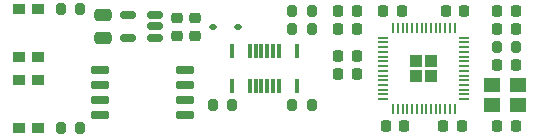
<source format=gbr>
%TF.GenerationSoftware,KiCad,Pcbnew,(7.0.0)*%
%TF.CreationDate,2023-05-29T13:22:43-05:00*%
%TF.ProjectId,rp2040-radar-presense-sensor,72703230-3430-42d7-9261-6461722d7072,rev?*%
%TF.SameCoordinates,Original*%
%TF.FileFunction,Paste,Top*%
%TF.FilePolarity,Positive*%
%FSLAX46Y46*%
G04 Gerber Fmt 4.6, Leading zero omitted, Abs format (unit mm)*
G04 Created by KiCad (PCBNEW (7.0.0)) date 2023-05-29 13:22:43*
%MOMM*%
%LPD*%
G01*
G04 APERTURE LIST*
G04 Aperture macros list*
%AMRoundRect*
0 Rectangle with rounded corners*
0 $1 Rounding radius*
0 $2 $3 $4 $5 $6 $7 $8 $9 X,Y pos of 4 corners*
0 Add a 4 corners polygon primitive as box body*
4,1,4,$2,$3,$4,$5,$6,$7,$8,$9,$2,$3,0*
0 Add four circle primitives for the rounded corners*
1,1,$1+$1,$2,$3*
1,1,$1+$1,$4,$5*
1,1,$1+$1,$6,$7*
1,1,$1+$1,$8,$9*
0 Add four rect primitives between the rounded corners*
20,1,$1+$1,$2,$3,$4,$5,0*
20,1,$1+$1,$4,$5,$6,$7,0*
20,1,$1+$1,$6,$7,$8,$9,0*
20,1,$1+$1,$8,$9,$2,$3,0*%
G04 Aperture macros list end*
%ADD10RoundRect,0.200000X0.200000X0.275000X-0.200000X0.275000X-0.200000X-0.275000X0.200000X-0.275000X0*%
%ADD11RoundRect,0.225000X-0.225000X-0.250000X0.225000X-0.250000X0.225000X0.250000X-0.225000X0.250000X0*%
%ADD12RoundRect,0.225000X0.225000X0.250000X-0.225000X0.250000X-0.225000X-0.250000X0.225000X-0.250000X0*%
%ADD13R,1.000000X0.900000*%
%ADD14RoundRect,0.200000X-0.200000X-0.275000X0.200000X-0.275000X0.200000X0.275000X-0.200000X0.275000X0*%
%ADD15RoundRect,0.150000X-0.650000X-0.150000X0.650000X-0.150000X0.650000X0.150000X-0.650000X0.150000X0*%
%ADD16RoundRect,0.225000X-0.250000X0.225000X-0.250000X-0.225000X0.250000X-0.225000X0.250000X0.225000X0*%
%ADD17RoundRect,0.112500X-0.187500X-0.112500X0.187500X-0.112500X0.187500X0.112500X-0.187500X0.112500X0*%
%ADD18RoundRect,0.225000X0.250000X-0.225000X0.250000X0.225000X-0.250000X0.225000X-0.250000X-0.225000X0*%
%ADD19RoundRect,0.250000X0.475000X-0.250000X0.475000X0.250000X-0.475000X0.250000X-0.475000X-0.250000X0*%
%ADD20R,1.400000X1.200000*%
%ADD21RoundRect,0.250000X0.292217X-0.292217X0.292217X0.292217X-0.292217X0.292217X-0.292217X-0.292217X0*%
%ADD22RoundRect,0.050000X0.050000X-0.387500X0.050000X0.387500X-0.050000X0.387500X-0.050000X-0.387500X0*%
%ADD23RoundRect,0.050000X0.387500X-0.050000X0.387500X0.050000X-0.387500X0.050000X-0.387500X-0.050000X0*%
%ADD24RoundRect,0.150000X0.512500X0.150000X-0.512500X0.150000X-0.512500X-0.150000X0.512500X-0.150000X0*%
%ADD25R,0.300000X1.150000*%
G04 APERTURE END LIST*
D10*
%TO.C,R2*%
X84425000Y-94945600D03*
X82775000Y-94945600D03*
%TD*%
D11*
%TO.C,C9*%
X119722600Y-96621600D03*
X121272600Y-96621600D03*
%TD*%
D12*
%TO.C,C6*%
X107806600Y-100431600D03*
X106256600Y-100431600D03*
%TD*%
%TO.C,C13*%
X111819800Y-104902000D03*
X110269800Y-104902000D03*
%TD*%
D13*
%TO.C,SW2*%
X79199999Y-99049999D03*
X79199999Y-94949999D03*
X80799999Y-99049999D03*
X80799999Y-94949999D03*
%TD*%
%TO.C,SW1*%
X79199999Y-105049999D03*
X79199999Y-100949999D03*
X80799999Y-105049999D03*
X80799999Y-100949999D03*
%TD*%
D11*
%TO.C,C15*%
X115146600Y-104902000D03*
X116696600Y-104902000D03*
%TD*%
D14*
%TO.C,R4*%
X102349800Y-95097600D03*
X103999800Y-95097600D03*
%TD*%
D10*
%TO.C,R1*%
X84425000Y-105054400D03*
X82775000Y-105054400D03*
%TD*%
D11*
%TO.C,C1*%
X119722600Y-104902000D03*
X121272600Y-104902000D03*
%TD*%
D10*
%TO.C,R6*%
X97294200Y-103073200D03*
X95644200Y-103073200D03*
%TD*%
D15*
%TO.C,U1*%
X86112800Y-100101400D03*
X86112800Y-101371400D03*
X86112800Y-102641400D03*
X86112800Y-103911400D03*
X93312800Y-103911400D03*
X93312800Y-102641400D03*
X93312800Y-101371400D03*
X93312800Y-100101400D03*
%TD*%
D10*
%TO.C,R7*%
X103999800Y-103073200D03*
X102349800Y-103073200D03*
%TD*%
D11*
%TO.C,C12*%
X110066600Y-95097600D03*
X111616600Y-95097600D03*
%TD*%
D14*
%TO.C,R3*%
X119672600Y-98145600D03*
X121322600Y-98145600D03*
%TD*%
%TO.C,R5*%
X102349800Y-96621600D03*
X103999800Y-96621600D03*
%TD*%
D16*
%TO.C,C4*%
X92557600Y-95694200D03*
X92557600Y-97244200D03*
%TD*%
D12*
%TO.C,C11*%
X107806600Y-98907600D03*
X106256600Y-98907600D03*
%TD*%
D17*
%TO.C,D1*%
X95622400Y-96469200D03*
X97722400Y-96469200D03*
%TD*%
D18*
%TO.C,C3*%
X94081600Y-97244200D03*
X94081600Y-95694200D03*
%TD*%
D19*
%TO.C,C8*%
X86360000Y-97393800D03*
X86360000Y-95493800D03*
%TD*%
D12*
%TO.C,C7*%
X107806600Y-96621600D03*
X106256600Y-96621600D03*
%TD*%
D20*
%TO.C,Y1*%
X121495999Y-101410399D03*
X119295999Y-101410399D03*
X119295999Y-103110399D03*
X121495999Y-103110399D03*
%TD*%
D12*
%TO.C,C2*%
X121272600Y-99669600D03*
X119722600Y-99669600D03*
%TD*%
D21*
%TO.C,U3*%
X112862500Y-100637500D03*
X114137500Y-100637500D03*
X112862500Y-99362500D03*
X114137500Y-99362500D03*
D22*
X110900000Y-103437500D03*
X111300000Y-103437500D03*
X111700000Y-103437500D03*
X112100000Y-103437500D03*
X112500000Y-103437500D03*
X112900000Y-103437500D03*
X113300000Y-103437500D03*
X113700000Y-103437500D03*
X114100000Y-103437500D03*
X114500000Y-103437500D03*
X114900000Y-103437500D03*
X115300000Y-103437500D03*
X115700000Y-103437500D03*
X116100000Y-103437500D03*
D23*
X116937500Y-102600000D03*
X116937500Y-102200000D03*
X116937500Y-101800000D03*
X116937500Y-101400000D03*
X116937500Y-101000000D03*
X116937500Y-100600000D03*
X116937500Y-100200000D03*
X116937500Y-99800000D03*
X116937500Y-99400000D03*
X116937500Y-99000000D03*
X116937500Y-98600000D03*
X116937500Y-98200000D03*
X116937500Y-97800000D03*
X116937500Y-97400000D03*
D22*
X116100000Y-96562500D03*
X115700000Y-96562500D03*
X115300000Y-96562500D03*
X114900000Y-96562500D03*
X114500000Y-96562500D03*
X114100000Y-96562500D03*
X113700000Y-96562500D03*
X113300000Y-96562500D03*
X112900000Y-96562500D03*
X112500000Y-96562500D03*
X112100000Y-96562500D03*
X111700000Y-96562500D03*
X111300000Y-96562500D03*
X110900000Y-96562500D03*
D23*
X110062500Y-97400000D03*
X110062500Y-97800000D03*
X110062500Y-98200000D03*
X110062500Y-98600000D03*
X110062500Y-99000000D03*
X110062500Y-99400000D03*
X110062500Y-99800000D03*
X110062500Y-100200000D03*
X110062500Y-100600000D03*
X110062500Y-101000000D03*
X110062500Y-101400000D03*
X110062500Y-101800000D03*
X110062500Y-102200000D03*
X110062500Y-102600000D03*
%TD*%
D24*
%TO.C,U2*%
X90717800Y-97383600D03*
X90717800Y-96433600D03*
X90717800Y-95483600D03*
X88442800Y-95483600D03*
X88442800Y-97383600D03*
%TD*%
D11*
%TO.C,C14*%
X115349800Y-95097600D03*
X116899800Y-95097600D03*
%TD*%
D25*
%TO.C,J2*%
X97249999Y-98514999D03*
X98749999Y-98514999D03*
X99249999Y-98514999D03*
X99749999Y-98514999D03*
X100249999Y-98514999D03*
X100749999Y-98514999D03*
X101249999Y-98514999D03*
X102749999Y-98514999D03*
X102749999Y-101484999D03*
X101249999Y-101484999D03*
X100749999Y-101484999D03*
X100249999Y-101484999D03*
X99749999Y-101484999D03*
X99249999Y-101484999D03*
X98749999Y-101484999D03*
X97249999Y-101484999D03*
%TD*%
D11*
%TO.C,C5*%
X119722600Y-95097600D03*
X121272600Y-95097600D03*
%TD*%
D12*
%TO.C,C10*%
X107806600Y-95097600D03*
X106256600Y-95097600D03*
%TD*%
M02*

</source>
